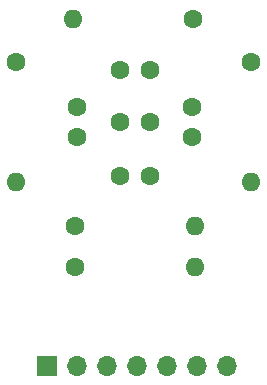
<source format=gbr>
%TF.GenerationSoftware,KiCad,Pcbnew,8.0.0-8.0.0-1~ubuntu20.04.1*%
%TF.CreationDate,2024-03-18T19:09:47+07:00*%
%TF.ProjectId,tugas-akhir-eka-selvi,74756761-732d-4616-9b68-69722d656b61,rev?*%
%TF.SameCoordinates,Original*%
%TF.FileFunction,Soldermask,Bot*%
%TF.FilePolarity,Negative*%
%FSLAX46Y46*%
G04 Gerber Fmt 4.6, Leading zero omitted, Abs format (unit mm)*
G04 Created by KiCad (PCBNEW 8.0.0-8.0.0-1~ubuntu20.04.1) date 2024-03-18 19:09:47*
%MOMM*%
%LPD*%
G01*
G04 APERTURE LIST*
%ADD10C,1.600000*%
%ADD11O,1.600000X1.600000*%
%ADD12R,1.700000X1.700000*%
%ADD13O,1.700000X1.700000*%
G04 APERTURE END LIST*
D10*
%TO.C,R16*%
X148767800Y-72999600D03*
X146227800Y-72999600D03*
%TD*%
%TO.C,R3*%
X146227800Y-68529200D03*
X148767800Y-68529200D03*
%TD*%
%TO.C,R13*%
X142646400Y-74269600D03*
X142646400Y-71729600D03*
%TD*%
%TO.C,R14*%
X142417800Y-85217000D03*
D11*
X152577800Y-85217000D03*
%TD*%
D10*
%TO.C,R5*%
X152349200Y-71729600D03*
X152349200Y-74269600D03*
%TD*%
D11*
%TO.C,R11*%
X142320000Y-64200000D03*
D10*
X152480000Y-64200000D03*
%TD*%
%TO.C,R12*%
X137439400Y-67919600D03*
D11*
X137439400Y-78079600D03*
%TD*%
D10*
%TO.C,R4*%
X157376200Y-67919600D03*
D11*
X157376200Y-78079600D03*
%TD*%
D10*
%TO.C,R17*%
X148767800Y-77495400D03*
X146227800Y-77495400D03*
%TD*%
D12*
%TO.C,J1*%
X140040000Y-93600000D03*
D13*
X142580000Y-93600000D03*
X145120000Y-93600000D03*
X147660000Y-93600000D03*
X150200000Y-93600000D03*
X152740000Y-93600000D03*
X155280000Y-93600000D03*
%TD*%
D10*
%TO.C,R15*%
X142417800Y-81762600D03*
D11*
X152577800Y-81762600D03*
%TD*%
M02*

</source>
